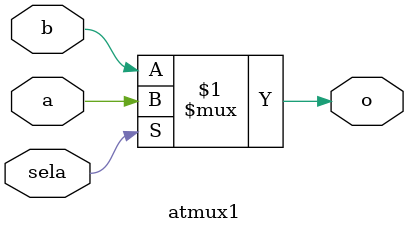
<source format=v>
module atmux1 (a, b, sela, o);

input   a,
        b,
        sela;

output  o;

// K-micro mux instant

wire    o;
assign  o = sela ? a : b;

endmodule
</source>
